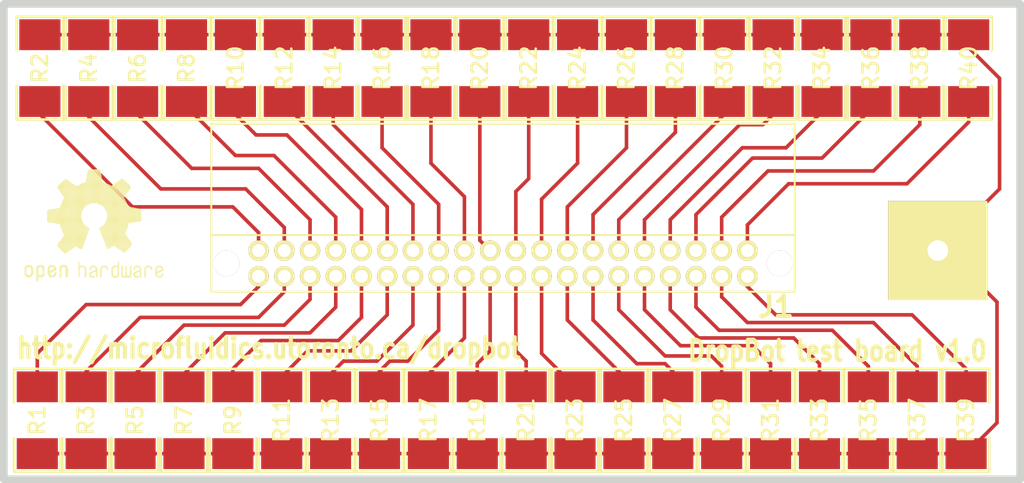
<source format=kicad_pcb>
(kicad_pcb (version 3) (host pcbnew "(2013-07-07 BZR 4022)-stable")
  (layers (15 Front signal) (0 Back signal) (18 B.Paste user) (19 F.Paste user) (20 B.SilkS user) (21 F.SilkS user) (22 B.Mask user) (23 F.Mask user) (28 Edge.Cuts user))
  (net 0 "")
  (net 1 N-000001)
  (net 2 N-0000010)
  (net 3 N-0000011)
  (net 4 N-0000012)
  (net 5 N-0000013)
  (net 6 N-0000014)
  (net 7 N-0000015)
  (net 8 N-0000016)
  (net 9 N-0000017)
  (net 10 N-0000018)
  (net 11 N-0000019)
  (net 12 N-000002)
  (net 13 N-0000020)
  (net 14 N-0000021)
  (net 15 N-0000022)
  (net 16 N-0000023)
  (net 17 N-0000024)
  (net 18 N-0000025)
  (net 19 N-0000026)
  (net 20 N-0000027)
  (net 21 N-0000028)
  (net 22 N-0000029)
  (net 23 N-000003)
  (net 24 N-0000030)
  (net 25 N-0000031)
  (net 26 N-0000032)
  (net 27 N-0000033)
  (net 28 N-0000034)
  (net 29 N-0000035)
  (net 30 N-0000036)
  (net 31 N-0000037)
  (net 32 N-0000038)
  (net 33 N-0000039)
  (net 34 N-000004)
  (net 35 N-0000040)
  (net 36 N-0000041)
  (net 37 N-000005)
  (net 38 N-000006)
  (net 39 N-000007)
  (net 40 N-000008)
  (net 41 N-000009)
  (module TFML-120-01-XXX-D-RA (layer Front) (at 58.293 120.142)
    (fp_text reference J1 (at 13.4747 2.1336) (layer F.SilkS) (effects (font (size 1.016 1.016) (thickness 0.2032))))
    (fp_text value CONN_40 hide)
    (pad "" thru_hole circle (at -13.6525 0) (size 1.27 1.27) (drill 1.27) (layers *.Cu *.Mask F.SilkS))
    (pad "" thru_hole circle (at 13.6525 0) (size 1.27 1.27) (drill 1.27) (layers *.Cu *.Mask F.SilkS))
    (pad 3 thru_hole circle (at -10.795 0.635) (size 1.00076 1.00076) (drill 0.635) (layers *.Cu *.Mask F.SilkS) (net 17 N-0000024))
    (pad 1 thru_hole circle (at -12.065 0.635) (size 1.00076 1.00076) (drill 0.635) (layers *.Cu *.Mask F.SilkS) (net 1 N-000001))
    (pad 2 thru_hole circle (at -12.065 -0.635) (size 1.00076 1.00076) (drill 0.635) (layers *.Cu *.Mask F.SilkS) (net 16 N-0000023))
    (pad 4 thru_hole circle (at -10.795 -0.635) (size 1.00076 1.00076) (drill 0.635) (layers *.Cu *.Mask F.SilkS) (net 18 N-0000025))
    (pad 10 thru_hole circle (at -6.985 -0.635) (size 1.00076 1.00076) (drill 0.635) (layers *.Cu *.Mask F.SilkS) (net 25 N-0000031))
    (pad 12 thru_hole circle (at -5.715 -0.635) (size 1.00076 1.00076) (drill 0.635) (layers *.Cu *.Mask F.SilkS) (net 31 N-0000037))
    (pad 8 thru_hole circle (at -8.255 -0.635) (size 1.00076 1.00076) (drill 0.635) (layers *.Cu *.Mask F.SilkS) (net 22 N-0000029))
    (pad 6 thru_hole circle (at -9.525 -0.635) (size 1.00076 1.00076) (drill 0.635) (layers *.Cu *.Mask F.SilkS) (net 20 N-0000027))
    (pad 5 thru_hole circle (at -9.525 0.635) (size 1.00076 1.00076) (drill 0.635) (layers *.Cu *.Mask F.SilkS) (net 19 N-0000026))
    (pad 7 thru_hole circle (at -8.255 0.635) (size 1.00076 1.00076) (drill 0.635) (layers *.Cu *.Mask F.SilkS) (net 21 N-0000028))
    (pad 11 thru_hole circle (at -5.715 0.635) (size 1.00076 1.00076) (drill 0.635) (layers *.Cu *.Mask F.SilkS) (net 28 N-0000034))
    (pad 9 thru_hole circle (at -6.985 0.635) (size 1.00076 1.00076) (drill 0.635) (layers *.Cu *.Mask F.SilkS) (net 24 N-0000030))
    (pad 32 thru_hole circle (at 6.985 -0.635) (size 1.00076 1.00076) (drill 0.635) (layers *.Cu *.Mask F.SilkS) (net 33 N-0000039))
    (pad 34 thru_hole circle (at 8.255 -0.635) (size 1.00076 1.00076) (drill 0.635) (layers *.Cu *.Mask F.SilkS) (net 38 N-000006))
    (pad 38 thru_hole circle (at 10.795 -0.635) (size 1.00076 1.00076) (drill 0.635) (layers *.Cu *.Mask F.SilkS) (net 10 N-0000018))
    (pad 36 thru_hole circle (at 9.525 -0.635) (size 1.00076 1.00076) (drill 0.635) (layers *.Cu *.Mask F.SilkS) (net 12 N-000002))
    (pad 35 thru_hole circle (at 9.525 0.635) (size 1.00076 1.00076) (drill 0.635) (layers *.Cu *.Mask F.SilkS) (net 41 N-000009))
    (pad 37 thru_hole circle (at 10.795 0.635) (size 1.00076 1.00076) (drill 0.635) (layers *.Cu *.Mask F.SilkS) (net 7 N-0000015))
    (pad 33 thru_hole circle (at 8.255 0.635) (size 1.00076 1.00076) (drill 0.635) (layers *.Cu *.Mask F.SilkS) (net 23 N-000003))
    (pad 31 thru_hole circle (at 6.985 0.635) (size 1.00076 1.00076) (drill 0.635) (layers *.Cu *.Mask F.SilkS) (net 30 N-0000036))
    (pad 39 thru_hole circle (at 12.065 0.635) (size 1.00076 1.00076) (drill 0.635) (layers *.Cu *.Mask F.SilkS) (net 14 N-0000021))
    (pad 40 thru_hole circle (at 12.065 -0.635) (size 1.00076 1.00076) (drill 0.635) (layers *.Cu *.Mask F.SilkS) (net 27 N-0000033))
    (pad 30 thru_hole circle (at 5.715 -0.635) (size 1.00076 1.00076) (drill 0.635) (layers *.Cu *.Mask F.SilkS) (net 26 N-0000032))
    (pad 29 thru_hole circle (at 5.715 0.635) (size 1.00076 1.00076) (drill 0.635) (layers *.Cu *.Mask F.SilkS) (net 13 N-0000020))
    (pad 17 thru_hole circle (at -1.905 0.635) (size 1.00076 1.00076) (drill 0.635) (layers *.Cu *.Mask F.SilkS) (net 5 N-0000013))
    (pad 19 thru_hole circle (at -0.635 0.635) (size 1.00076 1.00076) (drill 0.635) (layers *.Cu *.Mask F.SilkS) (net 11 N-0000019))
    (pad 15 thru_hole circle (at -3.175 0.635) (size 1.00076 1.00076) (drill 0.635) (layers *.Cu *.Mask F.SilkS) (net 39 N-000007))
    (pad 13 thru_hole circle (at -4.445 0.635) (size 1.00076 1.00076) (drill 0.635) (layers *.Cu *.Mask F.SilkS) (net 35 N-0000040))
    (pad 21 thru_hole circle (at 0.635 0.635) (size 1.00076 1.00076) (drill 0.635) (layers *.Cu *.Mask F.SilkS) (net 29 N-0000035))
    (pad 23 thru_hole circle (at 1.905 0.635) (size 1.00076 1.00076) (drill 0.635) (layers *.Cu *.Mask F.SilkS) (net 4 N-0000012))
    (pad 27 thru_hole circle (at 4.445 0.635) (size 1.00076 1.00076) (drill 0.635) (layers *.Cu *.Mask F.SilkS) (net 6 N-0000014))
    (pad 25 thru_hole circle (at 3.175 0.635) (size 1.00076 1.00076) (drill 0.635) (layers *.Cu *.Mask F.SilkS) (net 40 N-000008))
    (pad 26 thru_hole circle (at 3.175 -0.635) (size 1.00076 1.00076) (drill 0.635) (layers *.Cu *.Mask F.SilkS) (net 3 N-0000011))
    (pad 28 thru_hole circle (at 4.445 -0.635) (size 1.00076 1.00076) (drill 0.635) (layers *.Cu *.Mask F.SilkS) (net 9 N-0000017))
    (pad 24 thru_hole circle (at 1.905 -0.635) (size 1.00076 1.00076) (drill 0.635) (layers *.Cu *.Mask F.SilkS) (net 37 N-000005))
    (pad 22 thru_hole circle (at 0.635 -0.635) (size 1.00076 1.00076) (drill 0.635) (layers *.Cu *.Mask F.SilkS) (net 32 N-0000038))
    (pad 14 thru_hole circle (at -4.445 -0.635) (size 1.00076 1.00076) (drill 0.635) (layers *.Cu *.Mask F.SilkS) (net 34 N-000004))
    (pad 16 thru_hole circle (at -3.175 -0.635) (size 1.00076 1.00076) (drill 0.635) (layers *.Cu *.Mask F.SilkS) (net 2 N-0000010))
    (pad 20 thru_hole circle (at -0.635 -0.635) (size 1.00076 1.00076) (drill 0.635) (layers *.Cu *.Mask F.SilkS) (net 15 N-0000022))
    (pad 18 thru_hole circle (at -1.905 -0.635) (size 1.00076 1.00076) (drill 0.635) (layers *.Cu *.Mask F.SilkS) (net 8 N-0000016))
  )
  (module 4.9mm_DMF_Electrode (layer Front) (at 79.756 119.507)
    (fp_text reference P1 hide)
    (fp_text value CONN_1 hide)
    (pad 1 thru_hole rect (at 0 0) (size 4.89966 4.89966) (drill 1.016) (layers *.Cu *.Mask F.SilkS) (net 36 N-0000041))
  )
  (module SM1206 (layer Front) (at 52.324 110.49 90)
    (fp_text reference R16 (at 0 0 90) (layer F.SilkS) (effects (font (size 0.762 0.762) (thickness 0.127))))
    (fp_text value R hide)
    (pad 1 smd rect (at -1.651 0 90) (size 1.524 2.032) (layers Front F.Paste F.Mask) (net 2 N-0000010))
    (pad 2 smd rect (at 1.651 0 90) (size 1.524 2.032) (layers Front F.Paste F.Mask) (net 36 N-0000041))
  )
  (module SM1206 (layer Front) (at 69.215 110.49 90)
    (fp_text reference R30 (at 0 0 90) (layer F.SilkS) (effects (font (size 0.762 0.762) (thickness 0.127))))
    (fp_text value R hide)
    (pad 1 smd rect (at -1.651 0 90) (size 1.524 2.032) (layers Front F.Paste F.Mask) (net 26 N-0000032))
    (pad 2 smd rect (at 1.651 0 90) (size 1.524 2.032) (layers Front F.Paste F.Mask) (net 36 N-0000041))
  )
  (module SM1206 (layer Front) (at 69.088 127.889 270)
    (fp_text reference R29 (at 0 0 270) (layer F.SilkS) (effects (font (size 0.762 0.762) (thickness 0.127))))
    (fp_text value R hide)
    (pad 1 smd rect (at -1.651 0 270) (size 1.524 2.032) (layers Front F.Paste F.Mask) (net 13 N-0000020))
    (pad 2 smd rect (at 1.651 0 270) (size 1.524 2.032) (layers Front F.Paste F.Mask) (net 36 N-0000041))
  )
  (module SM1206 (layer Front) (at 66.802 110.49 90)
    (fp_text reference R28 (at 0 0 90) (layer F.SilkS) (effects (font (size 0.762 0.762) (thickness 0.127))))
    (fp_text value R hide)
    (pad 1 smd rect (at -1.651 0 90) (size 1.524 2.032) (layers Front F.Paste F.Mask) (net 9 N-0000017))
    (pad 2 smd rect (at 1.651 0 90) (size 1.524 2.032) (layers Front F.Paste F.Mask) (net 36 N-0000041))
  )
  (module SM1206 (layer Front) (at 66.675 127.889 270)
    (fp_text reference R27 (at 0 0 270) (layer F.SilkS) (effects (font (size 0.762 0.762) (thickness 0.127))))
    (fp_text value R hide)
    (pad 1 smd rect (at -1.651 0 270) (size 1.524 2.032) (layers Front F.Paste F.Mask) (net 6 N-0000014))
    (pad 2 smd rect (at 1.651 0 270) (size 1.524 2.032) (layers Front F.Paste F.Mask) (net 36 N-0000041))
  )
  (module SM1206 (layer Front) (at 64.389 110.49 90)
    (fp_text reference R26 (at 0 0 90) (layer F.SilkS) (effects (font (size 0.762 0.762) (thickness 0.127))))
    (fp_text value R hide)
    (pad 1 smd rect (at -1.651 0 90) (size 1.524 2.032) (layers Front F.Paste F.Mask) (net 3 N-0000011))
    (pad 2 smd rect (at 1.651 0 90) (size 1.524 2.032) (layers Front F.Paste F.Mask) (net 36 N-0000041))
  )
  (module SM1206 (layer Front) (at 64.262 127.889 270)
    (fp_text reference R25 (at 0 0 270) (layer F.SilkS) (effects (font (size 0.762 0.762) (thickness 0.127))))
    (fp_text value R hide)
    (pad 1 smd rect (at -1.651 0 270) (size 1.524 2.032) (layers Front F.Paste F.Mask) (net 40 N-000008))
    (pad 2 smd rect (at 1.651 0 270) (size 1.524 2.032) (layers Front F.Paste F.Mask) (net 36 N-0000041))
  )
  (module SM1206 (layer Front) (at 61.976 110.49 90)
    (fp_text reference R24 (at 0 0 90) (layer F.SilkS) (effects (font (size 0.762 0.762) (thickness 0.127))))
    (fp_text value R hide)
    (pad 1 smd rect (at -1.651 0 90) (size 1.524 2.032) (layers Front F.Paste F.Mask) (net 37 N-000005))
    (pad 2 smd rect (at 1.651 0 90) (size 1.524 2.032) (layers Front F.Paste F.Mask) (net 36 N-0000041))
  )
  (module SM1206 (layer Front) (at 61.849 127.889 270)
    (fp_text reference R23 (at 0 0 270) (layer F.SilkS) (effects (font (size 0.762 0.762) (thickness 0.127))))
    (fp_text value R hide)
    (pad 1 smd rect (at -1.651 0 270) (size 1.524 2.032) (layers Front F.Paste F.Mask) (net 4 N-0000012))
    (pad 2 smd rect (at 1.651 0 270) (size 1.524 2.032) (layers Front F.Paste F.Mask) (net 36 N-0000041))
  )
  (module SM1206 (layer Front) (at 59.563 110.49 90)
    (fp_text reference R22 (at 0 0 90) (layer F.SilkS) (effects (font (size 0.762 0.762) (thickness 0.127))))
    (fp_text value R hide)
    (pad 1 smd rect (at -1.651 0 90) (size 1.524 2.032) (layers Front F.Paste F.Mask) (net 32 N-0000038))
    (pad 2 smd rect (at 1.651 0 90) (size 1.524 2.032) (layers Front F.Paste F.Mask) (net 36 N-0000041))
  )
  (module SM1206 (layer Front) (at 59.436 127.889 270)
    (fp_text reference R21 (at 0 0 270) (layer F.SilkS) (effects (font (size 0.762 0.762) (thickness 0.127))))
    (fp_text value R hide)
    (pad 1 smd rect (at -1.651 0 270) (size 1.524 2.032) (layers Front F.Paste F.Mask) (net 29 N-0000035))
    (pad 2 smd rect (at 1.651 0 270) (size 1.524 2.032) (layers Front F.Paste F.Mask) (net 36 N-0000041))
  )
  (module SM1206 (layer Front) (at 57.15 110.49 90)
    (fp_text reference R20 (at 0 0 90) (layer F.SilkS) (effects (font (size 0.762 0.762) (thickness 0.127))))
    (fp_text value R hide)
    (pad 1 smd rect (at -1.651 0 90) (size 1.524 2.032) (layers Front F.Paste F.Mask) (net 15 N-0000022))
    (pad 2 smd rect (at 1.651 0 90) (size 1.524 2.032) (layers Front F.Paste F.Mask) (net 36 N-0000041))
  )
  (module SM1206 (layer Front) (at 57.023 127.889 270)
    (fp_text reference R19 (at 0 0 270) (layer F.SilkS) (effects (font (size 0.762 0.762) (thickness 0.127))))
    (fp_text value R hide)
    (pad 1 smd rect (at -1.651 0 270) (size 1.524 2.032) (layers Front F.Paste F.Mask) (net 11 N-0000019))
    (pad 2 smd rect (at 1.651 0 270) (size 1.524 2.032) (layers Front F.Paste F.Mask) (net 36 N-0000041))
  )
  (module SM1206 (layer Front) (at 54.737 110.49 90)
    (fp_text reference R18 (at 0 0 90) (layer F.SilkS) (effects (font (size 0.762 0.762) (thickness 0.127))))
    (fp_text value R hide)
    (pad 1 smd rect (at -1.651 0 90) (size 1.524 2.032) (layers Front F.Paste F.Mask) (net 8 N-0000016))
    (pad 2 smd rect (at 1.651 0 90) (size 1.524 2.032) (layers Front F.Paste F.Mask) (net 36 N-0000041))
  )
  (module SM1206 (layer Front) (at 54.61 127.889 270)
    (fp_text reference R17 (at 0 0 270) (layer F.SilkS) (effects (font (size 0.762 0.762) (thickness 0.127))))
    (fp_text value R hide)
    (pad 1 smd rect (at -1.651 0 270) (size 1.524 2.032) (layers Front F.Paste F.Mask) (net 5 N-0000013))
    (pad 2 smd rect (at 1.651 0 270) (size 1.524 2.032) (layers Front F.Paste F.Mask) (net 36 N-0000041))
  )
  (module SM1206 (layer Front) (at 71.501 127.889 270)
    (fp_text reference R31 (at 0 0 270) (layer F.SilkS) (effects (font (size 0.762 0.762) (thickness 0.127))))
    (fp_text value R hide)
    (pad 1 smd rect (at -1.651 0 270) (size 1.524 2.032) (layers Front F.Paste F.Mask) (net 30 N-0000036))
    (pad 2 smd rect (at 1.651 0 270) (size 1.524 2.032) (layers Front F.Paste F.Mask) (net 36 N-0000041))
  )
  (module SM1206 (layer Front) (at 52.197 127.889 270)
    (fp_text reference R15 (at 0 0 270) (layer F.SilkS) (effects (font (size 0.762 0.762) (thickness 0.127))))
    (fp_text value R hide)
    (pad 1 smd rect (at -1.651 0 270) (size 1.524 2.032) (layers Front F.Paste F.Mask) (net 39 N-000007))
    (pad 2 smd rect (at 1.651 0 270) (size 1.524 2.032) (layers Front F.Paste F.Mask) (net 36 N-0000041))
  )
  (module SM1206 (layer Front) (at 49.911 110.49 90)
    (fp_text reference R14 (at 0 0 90) (layer F.SilkS) (effects (font (size 0.762 0.762) (thickness 0.127))))
    (fp_text value R hide)
    (pad 1 smd rect (at -1.651 0 90) (size 1.524 2.032) (layers Front F.Paste F.Mask) (net 34 N-000004))
    (pad 2 smd rect (at 1.651 0 90) (size 1.524 2.032) (layers Front F.Paste F.Mask) (net 36 N-0000041))
  )
  (module SM1206 (layer Front) (at 49.784 127.889 270)
    (fp_text reference R13 (at 0 0 270) (layer F.SilkS) (effects (font (size 0.762 0.762) (thickness 0.127))))
    (fp_text value R hide)
    (pad 1 smd rect (at -1.651 0 270) (size 1.524 2.032) (layers Front F.Paste F.Mask) (net 35 N-0000040))
    (pad 2 smd rect (at 1.651 0 270) (size 1.524 2.032) (layers Front F.Paste F.Mask) (net 36 N-0000041))
  )
  (module SM1206 (layer Front) (at 47.498 110.49 90)
    (fp_text reference R12 (at 0 0 90) (layer F.SilkS) (effects (font (size 0.762 0.762) (thickness 0.127))))
    (fp_text value R hide)
    (pad 1 smd rect (at -1.651 0 90) (size 1.524 2.032) (layers Front F.Paste F.Mask) (net 31 N-0000037))
    (pad 2 smd rect (at 1.651 0 90) (size 1.524 2.032) (layers Front F.Paste F.Mask) (net 36 N-0000041))
  )
  (module SM1206 (layer Front) (at 47.371 127.889 270)
    (fp_text reference R11 (at 0 0 270) (layer F.SilkS) (effects (font (size 0.762 0.762) (thickness 0.127))))
    (fp_text value R hide)
    (pad 1 smd rect (at -1.651 0 270) (size 1.524 2.032) (layers Front F.Paste F.Mask) (net 28 N-0000034))
    (pad 2 smd rect (at 1.651 0 270) (size 1.524 2.032) (layers Front F.Paste F.Mask) (net 36 N-0000041))
  )
  (module SM1206 (layer Front) (at 45.085 110.49 90)
    (fp_text reference R10 (at 0 0 90) (layer F.SilkS) (effects (font (size 0.762 0.762) (thickness 0.127))))
    (fp_text value R hide)
    (pad 1 smd rect (at -1.651 0 90) (size 1.524 2.032) (layers Front F.Paste F.Mask) (net 25 N-0000031))
    (pad 2 smd rect (at 1.651 0 90) (size 1.524 2.032) (layers Front F.Paste F.Mask) (net 36 N-0000041))
  )
  (module SM1206 (layer Front) (at 44.958 127.889 270)
    (fp_text reference R9 (at 0 0 270) (layer F.SilkS) (effects (font (size 0.762 0.762) (thickness 0.127))))
    (fp_text value R hide)
    (pad 1 smd rect (at -1.651 0 270) (size 1.524 2.032) (layers Front F.Paste F.Mask) (net 24 N-0000030))
    (pad 2 smd rect (at 1.651 0 270) (size 1.524 2.032) (layers Front F.Paste F.Mask) (net 36 N-0000041))
  )
  (module SM1206 (layer Front) (at 42.672 110.49 90)
    (fp_text reference R8 (at 0 0 90) (layer F.SilkS) (effects (font (size 0.762 0.762) (thickness 0.127))))
    (fp_text value R hide)
    (pad 1 smd rect (at -1.651 0 90) (size 1.524 2.032) (layers Front F.Paste F.Mask) (net 22 N-0000029))
    (pad 2 smd rect (at 1.651 0 90) (size 1.524 2.032) (layers Front F.Paste F.Mask) (net 36 N-0000041))
  )
  (module SM1206 (layer Front) (at 42.545 127.889 270)
    (fp_text reference R7 (at 0 0 270) (layer F.SilkS) (effects (font (size 0.762 0.762) (thickness 0.127))))
    (fp_text value R hide)
    (pad 1 smd rect (at -1.651 0 270) (size 1.524 2.032) (layers Front F.Paste F.Mask) (net 21 N-0000028))
    (pad 2 smd rect (at 1.651 0 270) (size 1.524 2.032) (layers Front F.Paste F.Mask) (net 36 N-0000041))
  )
  (module SM1206 (layer Front) (at 40.259 110.49 90)
    (fp_text reference R6 (at 0 0 90) (layer F.SilkS) (effects (font (size 0.762 0.762) (thickness 0.127))))
    (fp_text value R hide)
    (pad 1 smd rect (at -1.651 0 90) (size 1.524 2.032) (layers Front F.Paste F.Mask) (net 20 N-0000027))
    (pad 2 smd rect (at 1.651 0 90) (size 1.524 2.032) (layers Front F.Paste F.Mask) (net 36 N-0000041))
  )
  (module SM1206 (layer Front) (at 40.132 127.889 270)
    (fp_text reference R5 (at 0 0 270) (layer F.SilkS) (effects (font (size 0.762 0.762) (thickness 0.127))))
    (fp_text value R hide)
    (pad 1 smd rect (at -1.651 0 270) (size 1.524 2.032) (layers Front F.Paste F.Mask) (net 19 N-0000026))
    (pad 2 smd rect (at 1.651 0 270) (size 1.524 2.032) (layers Front F.Paste F.Mask) (net 36 N-0000041))
  )
  (module SM1206 (layer Front) (at 37.846 110.49 90)
    (fp_text reference R4 (at 0 0 90) (layer F.SilkS) (effects (font (size 0.762 0.762) (thickness 0.127))))
    (fp_text value R hide)
    (pad 1 smd rect (at -1.651 0 90) (size 1.524 2.032) (layers Front F.Paste F.Mask) (net 18 N-0000025))
    (pad 2 smd rect (at 1.651 0 90) (size 1.524 2.032) (layers Front F.Paste F.Mask) (net 36 N-0000041))
  )
  (module SM1206 (layer Front) (at 37.719 127.889 270)
    (fp_text reference R3 (at 0 0 270) (layer F.SilkS) (effects (font (size 0.762 0.762) (thickness 0.127))))
    (fp_text value R hide)
    (pad 1 smd rect (at -1.651 0 270) (size 1.524 2.032) (layers Front F.Paste F.Mask) (net 17 N-0000024))
    (pad 2 smd rect (at 1.651 0 270) (size 1.524 2.032) (layers Front F.Paste F.Mask) (net 36 N-0000041))
  )
  (module SM1206 (layer Front) (at 35.433 110.49 90)
    (fp_text reference R2 (at 0 0 90) (layer F.SilkS) (effects (font (size 0.762 0.762) (thickness 0.127))))
    (fp_text value R hide)
    (pad 1 smd rect (at -1.651 0 90) (size 1.524 2.032) (layers Front F.Paste F.Mask) (net 16 N-0000023))
    (pad 2 smd rect (at 1.651 0 90) (size 1.524 2.032) (layers Front F.Paste F.Mask) (net 36 N-0000041))
  )
  (module SM1206 (layer Front) (at 35.306 127.889 270)
    (fp_text reference R1 (at 0 0 270) (layer F.SilkS) (effects (font (size 0.762 0.762) (thickness 0.127))))
    (fp_text value R hide)
    (pad 1 smd rect (at -1.651 0 270) (size 1.524 2.032) (layers Front F.Paste F.Mask) (net 1 N-000001))
    (pad 2 smd rect (at 1.651 0 270) (size 1.524 2.032) (layers Front F.Paste F.Mask) (net 36 N-0000041))
  )
  (module SM1206 (layer Front) (at 81.28 110.49 90)
    (fp_text reference R40 (at 0 0 90) (layer F.SilkS) (effects (font (size 0.762 0.762) (thickness 0.127))))
    (fp_text value R hide)
    (pad 1 smd rect (at -1.651 0 90) (size 1.524 2.032) (layers Front F.Paste F.Mask) (net 27 N-0000033))
    (pad 2 smd rect (at 1.651 0 90) (size 1.524 2.032) (layers Front F.Paste F.Mask) (net 36 N-0000041))
  )
  (module SM1206 (layer Front) (at 81.153 127.889 270)
    (fp_text reference R39 (at 0 0 270) (layer F.SilkS) (effects (font (size 0.762 0.762) (thickness 0.127))))
    (fp_text value R hide)
    (pad 1 smd rect (at -1.651 0 270) (size 1.524 2.032) (layers Front F.Paste F.Mask) (net 14 N-0000021))
    (pad 2 smd rect (at 1.651 0 270) (size 1.524 2.032) (layers Front F.Paste F.Mask) (net 36 N-0000041))
  )
  (module SM1206 (layer Front) (at 78.867 110.49 90)
    (fp_text reference R38 (at 0 0 90) (layer F.SilkS) (effects (font (size 0.762 0.762) (thickness 0.127))))
    (fp_text value R hide)
    (pad 1 smd rect (at -1.651 0 90) (size 1.524 2.032) (layers Front F.Paste F.Mask) (net 10 N-0000018))
    (pad 2 smd rect (at 1.651 0 90) (size 1.524 2.032) (layers Front F.Paste F.Mask) (net 36 N-0000041))
  )
  (module SM1206 (layer Front) (at 78.74 127.889 270)
    (fp_text reference R37 (at 0 0 270) (layer F.SilkS) (effects (font (size 0.762 0.762) (thickness 0.127))))
    (fp_text value R hide)
    (pad 1 smd rect (at -1.651 0 270) (size 1.524 2.032) (layers Front F.Paste F.Mask) (net 7 N-0000015))
    (pad 2 smd rect (at 1.651 0 270) (size 1.524 2.032) (layers Front F.Paste F.Mask) (net 36 N-0000041))
  )
  (module SM1206 (layer Front) (at 76.454 110.49 90)
    (fp_text reference R36 (at 0 0 90) (layer F.SilkS) (effects (font (size 0.762 0.762) (thickness 0.127))))
    (fp_text value R hide)
    (pad 1 smd rect (at -1.651 0 90) (size 1.524 2.032) (layers Front F.Paste F.Mask) (net 12 N-000002))
    (pad 2 smd rect (at 1.651 0 90) (size 1.524 2.032) (layers Front F.Paste F.Mask) (net 36 N-0000041))
  )
  (module SM1206 (layer Front) (at 76.327 127.889 270)
    (fp_text reference R35 (at 0 0 270) (layer F.SilkS) (effects (font (size 0.762 0.762) (thickness 0.127))))
    (fp_text value R hide)
    (pad 1 smd rect (at -1.651 0 270) (size 1.524 2.032) (layers Front F.Paste F.Mask) (net 41 N-000009))
    (pad 2 smd rect (at 1.651 0 270) (size 1.524 2.032) (layers Front F.Paste F.Mask) (net 36 N-0000041))
  )
  (module SM1206 (layer Front) (at 74.041 110.49 90)
    (fp_text reference R34 (at 0 0 90) (layer F.SilkS) (effects (font (size 0.762 0.762) (thickness 0.127))))
    (fp_text value R hide)
    (pad 1 smd rect (at -1.651 0 90) (size 1.524 2.032) (layers Front F.Paste F.Mask) (net 38 N-000006))
    (pad 2 smd rect (at 1.651 0 90) (size 1.524 2.032) (layers Front F.Paste F.Mask) (net 36 N-0000041))
  )
  (module SM1206 (layer Front) (at 73.914 127.889 270)
    (fp_text reference R33 (at 0 0 270) (layer F.SilkS) (effects (font (size 0.762 0.762) (thickness 0.127))))
    (fp_text value R hide)
    (pad 1 smd rect (at -1.651 0 270) (size 1.524 2.032) (layers Front F.Paste F.Mask) (net 23 N-000003))
    (pad 2 smd rect (at 1.651 0 270) (size 1.524 2.032) (layers Front F.Paste F.Mask) (net 36 N-0000041))
  )
  (module SM1206 (layer Front) (at 71.628 110.49 90)
    (fp_text reference R32 (at 0 0 90) (layer F.SilkS) (effects (font (size 0.762 0.762) (thickness 0.127))))
    (fp_text value R hide)
    (pad 1 smd rect (at -1.651 0 90) (size 1.524 2.032) (layers Front F.Paste F.Mask) (net 33 N-0000039))
    (pad 2 smd rect (at 1.651 0 90) (size 1.524 2.032) (layers Front F.Paste F.Mask) (net 36 N-0000041))
  )
  (module OSHWLOGO0.3IN (layer Front) (at 34.29 114.554)
    (fp_text reference G*** hide)
    (fp_text value LOGO hide)
  )
  (gr_line (start 33.655 130.81) (end 33.655 107.315) (angle 90) (layer Edge.Cuts) (width 0.381))
  (gr_line (start 83.82 130.81) (end 33.655 130.81) (angle 90) (layer Edge.Cuts) (width 0.381))
  (gr_line (start 83.82 107.315) (end 83.82 130.81) (angle 90) (layer Edge.Cuts) (width 0.381))
  (gr_line (start 33.655 107.315) (end 83.82 107.315) (angle 90) (layer Edge.Cuts) (width 0.381))
  (gr_text http://microfluidics.utoronto.ca/dropbot (at 46.736 124.333) (layer F.SilkS) (effects (font (size 1 0.8) (thickness 0.2))))
  (gr_text "DropBot test board v1.0" (at 74.803 124.46) (layer F.SilkS) (effects (font (size 1 0.8) (thickness 0.2))))
  (segment (start 46.228 120.777) (end 46.228 121.285) (width 0.1778) (layer Front) (net 1))
  (segment (start 35.306 124.587) (end 35.306 126.238) (width 0.1778) (layer Front) (net 1))
  (segment (start 37.719 122.174) (end 35.306 124.587) (width 0.1778) (layer Front) (net 1))
  (segment (start 45.339 122.174) (end 37.719 122.174) (width 0.1778) (layer Front) (net 1))
  (segment (start 46.228 121.285) (end 45.339 122.174) (width 0.1778) (layer Front) (net 1))
  (segment (start 52.324 112.141) (end 52.324 114.427) (width 0.1778) (layer Front) (net 2))
  (segment (start 55.118 117.221) (end 55.118 119.507) (width 0.1778) (layer Front) (net 2))
  (segment (start 52.324 114.427) (end 55.118 117.221) (width 0.1778) (layer Front) (net 2))
  (segment (start 64.389 112.141) (end 64.389 114.427) (width 0.1778) (layer Front) (net 3))
  (segment (start 61.468 117.348) (end 61.468 119.507) (width 0.1778) (layer Front) (net 3))
  (segment (start 64.389 114.427) (end 61.468 117.348) (width 0.1778) (layer Front) (net 3))
  (segment (start 60.198 120.777) (end 60.198 124.587) (width 0.1778) (layer Front) (net 4))
  (segment (start 60.198 124.587) (end 61.849 126.238) (width 0.1778) (layer Front) (net 4))
  (segment (start 56.388 120.777) (end 56.388 123.825) (width 0.1778) (layer Front) (net 5))
  (segment (start 54.61 125.603) (end 54.61 126.238) (width 0.1778) (layer Front) (net 5))
  (segment (start 56.388 123.825) (end 54.61 125.603) (width 0.1778) (layer Front) (net 5))
  (segment (start 66.675 126.238) (end 66.675 125.476) (width 0.1778) (layer Front) (net 6))
  (segment (start 62.738 122.936) (end 62.738 120.777) (width 0.1778) (layer Front) (net 6))
  (segment (start 64.897 125.095) (end 62.738 122.936) (width 0.1778) (layer Front) (net 6))
  (segment (start 66.294 125.095) (end 64.897 125.095) (width 0.1778) (layer Front) (net 6))
  (segment (start 66.675 125.476) (end 66.294 125.095) (width 0.1778) (layer Front) (net 6))
  (segment (start 69.088 120.777) (end 69.088 121.793) (width 0.1778) (layer Front) (net 7))
  (segment (start 78.74 125.222) (end 78.74 126.238) (width 0.1778) (layer Front) (net 7))
  (segment (start 76.581 123.063) (end 78.74 125.222) (width 0.1778) (layer Front) (net 7))
  (segment (start 70.358 123.063) (end 76.581 123.063) (width 0.1778) (layer Front) (net 7))
  (segment (start 69.088 121.793) (end 70.358 123.063) (width 0.1778) (layer Front) (net 7))
  (segment (start 54.737 112.141) (end 54.737 115.189) (width 0.1778) (layer Front) (net 8))
  (segment (start 56.388 116.84) (end 56.388 119.507) (width 0.1778) (layer Front) (net 8))
  (segment (start 54.737 115.189) (end 56.388 116.84) (width 0.1778) (layer Front) (net 8))
  (segment (start 66.802 112.141) (end 66.802 113.665) (width 0.1778) (layer Front) (net 9))
  (segment (start 62.738 117.729) (end 62.738 119.507) (width 0.1778) (layer Front) (net 9))
  (segment (start 66.802 113.665) (end 62.738 117.729) (width 0.1778) (layer Front) (net 9))
  (segment (start 78.867 112.141) (end 78.867 113.284) (width 0.1778) (layer Front) (net 10))
  (segment (start 69.088 117.856) (end 69.088 119.507) (width 0.1778) (layer Front) (net 10))
  (segment (start 71.374 115.57) (end 69.088 117.856) (width 0.1778) (layer Front) (net 10))
  (segment (start 76.581 115.57) (end 71.374 115.57) (width 0.1778) (layer Front) (net 10))
  (segment (start 78.867 113.284) (end 76.581 115.57) (width 0.1778) (layer Front) (net 10))
  (segment (start 57.658 120.777) (end 57.658 124.46) (width 0.1778) (layer Front) (net 11))
  (segment (start 57.023 125.095) (end 57.023 126.238) (width 0.1778) (layer Front) (net 11))
  (segment (start 57.658 124.46) (end 57.023 125.095) (width 0.1778) (layer Front) (net 11))
  (segment (start 76.454 112.141) (end 76.454 112.522) (width 0.1778) (layer Front) (net 12))
  (segment (start 67.818 117.729) (end 67.818 119.507) (width 0.1778) (layer Front) (net 12))
  (segment (start 70.612 114.935) (end 67.818 117.729) (width 0.1778) (layer Front) (net 12))
  (segment (start 74.041 114.935) (end 70.612 114.935) (width 0.1778) (layer Front) (net 12))
  (segment (start 76.454 112.522) (end 74.041 114.935) (width 0.1778) (layer Front) (net 12))
  (segment (start 64.008 120.777) (end 64.008 122.428) (width 0.1778) (layer Front) (net 13))
  (segment (start 69.088 125.222) (end 69.088 126.238) (width 0.1778) (layer Front) (net 13))
  (segment (start 68.58 124.714) (end 69.088 125.222) (width 0.1778) (layer Front) (net 13))
  (segment (start 66.294 124.714) (end 68.58 124.714) (width 0.1778) (layer Front) (net 13))
  (segment (start 64.008 122.428) (end 66.294 124.714) (width 0.1778) (layer Front) (net 13))
  (segment (start 70.358 120.777) (end 70.358 121.285) (width 0.1778) (layer Front) (net 14))
  (segment (start 81.153 125.349) (end 81.153 126.238) (width 0.1778) (layer Front) (net 14))
  (segment (start 78.486 122.682) (end 81.153 125.349) (width 0.1778) (layer Front) (net 14))
  (segment (start 71.755 122.682) (end 78.486 122.682) (width 0.1778) (layer Front) (net 14))
  (segment (start 70.358 121.285) (end 71.755 122.682) (width 0.1778) (layer Front) (net 14))
  (segment (start 57.15 112.141) (end 57.15 118.999) (width 0.1778) (layer Front) (net 15))
  (segment (start 57.15 118.999) (end 57.658 119.507) (width 0.1778) (layer Front) (net 15))
  (segment (start 35.433 112.141) (end 35.433 112.776) (width 0.1778) (layer Front) (net 16))
  (segment (start 46.228 118.618) (end 46.228 119.507) (width 0.1778) (layer Front) (net 16))
  (segment (start 44.958 117.348) (end 46.228 118.618) (width 0.1778) (layer Front) (net 16))
  (segment (start 40.005 117.348) (end 44.958 117.348) (width 0.1778) (layer Front) (net 16))
  (segment (start 35.433 112.776) (end 40.005 117.348) (width 0.1778) (layer Front) (net 16))
  (segment (start 47.498 120.777) (end 47.498 121.539) (width 0.1778) (layer Front) (net 17))
  (segment (start 37.719 125.476) (end 37.719 126.238) (width 0.1778) (layer Front) (net 17))
  (segment (start 40.386 122.809) (end 37.719 125.476) (width 0.1778) (layer Front) (net 17))
  (segment (start 46.228 122.809) (end 40.386 122.809) (width 0.1778) (layer Front) (net 17))
  (segment (start 47.498 121.539) (end 46.228 122.809) (width 0.1778) (layer Front) (net 17))
  (segment (start 37.846 112.141) (end 37.846 112.903) (width 0.1778) (layer Front) (net 18))
  (segment (start 47.498 118.364) (end 47.498 119.507) (width 0.1778) (layer Front) (net 18))
  (segment (start 45.593 116.459) (end 47.498 118.364) (width 0.1778) (layer Front) (net 18))
  (segment (start 41.402 116.459) (end 45.593 116.459) (width 0.1778) (layer Front) (net 18))
  (segment (start 37.846 112.903) (end 41.402 116.459) (width 0.1778) (layer Front) (net 18))
  (segment (start 48.768 120.777) (end 48.768 121.92) (width 0.1778) (layer Front) (net 19))
  (segment (start 40.132 125.603) (end 40.132 126.238) (width 0.1778) (layer Front) (net 19))
  (segment (start 42.545 123.19) (end 40.132 125.603) (width 0.1778) (layer Front) (net 19))
  (segment (start 47.498 123.19) (end 42.545 123.19) (width 0.1778) (layer Front) (net 19))
  (segment (start 48.768 121.92) (end 47.498 123.19) (width 0.1778) (layer Front) (net 19))
  (segment (start 40.259 112.141) (end 40.259 112.776) (width 0.1778) (layer Front) (net 20))
  (segment (start 48.768 117.983) (end 48.768 119.507) (width 0.1778) (layer Front) (net 20))
  (segment (start 46.228 115.443) (end 48.768 117.983) (width 0.1778) (layer Front) (net 20))
  (segment (start 42.926 115.443) (end 46.228 115.443) (width 0.1778) (layer Front) (net 20))
  (segment (start 40.259 112.776) (end 42.926 115.443) (width 0.1778) (layer Front) (net 20))
  (segment (start 50.038 120.777) (end 50.038 122.301) (width 0.1778) (layer Front) (net 21))
  (segment (start 42.545 125.603) (end 42.545 126.238) (width 0.1778) (layer Front) (net 21))
  (segment (start 44.577 123.571) (end 42.545 125.603) (width 0.1778) (layer Front) (net 21))
  (segment (start 48.768 123.571) (end 44.577 123.571) (width 0.1778) (layer Front) (net 21))
  (segment (start 50.038 122.301) (end 48.768 123.571) (width 0.1778) (layer Front) (net 21))
  (segment (start 42.672 112.141) (end 42.672 112.395) (width 0.1778) (layer Front) (net 22))
  (segment (start 50.038 117.856) (end 50.038 119.507) (width 0.1778) (layer Front) (net 22))
  (segment (start 46.99 114.808) (end 50.038 117.856) (width 0.1778) (layer Front) (net 22))
  (segment (start 45.085 114.808) (end 46.99 114.808) (width 0.1778) (layer Front) (net 22))
  (segment (start 42.672 112.395) (end 45.085 114.808) (width 0.1778) (layer Front) (net 22))
  (segment (start 66.548 120.777) (end 66.548 122.428) (width 0.1778) (layer Front) (net 23))
  (segment (start 73.914 125.095) (end 73.914 126.238) (width 0.1778) (layer Front) (net 23))
  (segment (start 72.644 123.825) (end 73.914 125.095) (width 0.1778) (layer Front) (net 23))
  (segment (start 67.945 123.825) (end 72.644 123.825) (width 0.1778) (layer Front) (net 23))
  (segment (start 66.548 122.428) (end 67.945 123.825) (width 0.1778) (layer Front) (net 23))
  (segment (start 51.308 120.777) (end 51.308 122.809) (width 0.1778) (layer Front) (net 24))
  (segment (start 44.958 125.349) (end 44.958 126.238) (width 0.1778) (layer Front) (net 24))
  (segment (start 46.355 123.952) (end 44.958 125.349) (width 0.1778) (layer Front) (net 24))
  (segment (start 50.165 123.952) (end 46.355 123.952) (width 0.1778) (layer Front) (net 24))
  (segment (start 51.308 122.809) (end 50.165 123.952) (width 0.1778) (layer Front) (net 24))
  (segment (start 45.085 112.141) (end 45.085 112.776) (width 0.1778) (layer Front) (net 25))
  (segment (start 51.308 117.475) (end 51.308 119.507) (width 0.1778) (layer Front) (net 25))
  (segment (start 47.625 113.792) (end 51.308 117.475) (width 0.1778) (layer Front) (net 25))
  (segment (start 46.101 113.792) (end 47.625 113.792) (width 0.1778) (layer Front) (net 25))
  (segment (start 45.085 112.776) (end 46.101 113.792) (width 0.1778) (layer Front) (net 25))
  (segment (start 69.215 112.141) (end 69.215 112.776) (width 0.1778) (layer Front) (net 26))
  (segment (start 64.008 117.983) (end 64.008 119.507) (width 0.1778) (layer Front) (net 26))
  (segment (start 69.215 112.776) (end 64.008 117.983) (width 0.1778) (layer Front) (net 26))
  (segment (start 81.28 112.141) (end 81.28 113.157) (width 0.1778) (layer Front) (net 27))
  (segment (start 70.358 118.237) (end 70.358 119.507) (width 0.1778) (layer Front) (net 27))
  (segment (start 72.39 116.205) (end 70.358 118.237) (width 0.1778) (layer Front) (net 27))
  (segment (start 78.232 116.205) (end 72.39 116.205) (width 0.1778) (layer Front) (net 27))
  (segment (start 81.28 113.157) (end 78.232 116.205) (width 0.1778) (layer Front) (net 27))
  (segment (start 52.578 120.777) (end 52.578 122.682) (width 0.1778) (layer Front) (net 28))
  (segment (start 47.371 125.73) (end 47.371 126.238) (width 0.1778) (layer Front) (net 28))
  (segment (start 48.641 124.46) (end 47.371 125.73) (width 0.1778) (layer Front) (net 28))
  (segment (start 50.8 124.46) (end 48.641 124.46) (width 0.1778) (layer Front) (net 28))
  (segment (start 52.578 122.682) (end 50.8 124.46) (width 0.1778) (layer Front) (net 28))
  (segment (start 58.928 120.777) (end 58.928 124.46) (width 0.1778) (layer Front) (net 29))
  (segment (start 59.436 124.968) (end 59.436 126.238) (width 0.1778) (layer Front) (net 29))
  (segment (start 58.928 124.46) (end 59.436 124.968) (width 0.1778) (layer Front) (net 29))
  (segment (start 65.278 120.777) (end 65.278 122.428) (width 0.1778) (layer Front) (net 30))
  (segment (start 71.501 125.095) (end 71.501 126.238) (width 0.1778) (layer Front) (net 30))
  (segment (start 70.612 124.206) (end 71.501 125.095) (width 0.1778) (layer Front) (net 30))
  (segment (start 67.056 124.206) (end 70.612 124.206) (width 0.1778) (layer Front) (net 30))
  (segment (start 65.278 122.428) (end 67.056 124.206) (width 0.1778) (layer Front) (net 30))
  (segment (start 47.498 112.141) (end 47.498 112.268) (width 0.1778) (layer Front) (net 31))
  (segment (start 52.578 117.348) (end 52.578 119.507) (width 0.1778) (layer Front) (net 31))
  (segment (start 47.498 112.268) (end 52.578 117.348) (width 0.1778) (layer Front) (net 31))
  (segment (start 59.563 112.141) (end 59.563 115.951) (width 0.1778) (layer Front) (net 32))
  (segment (start 58.928 116.586) (end 58.928 119.507) (width 0.1778) (layer Front) (net 32))
  (segment (start 59.563 115.951) (end 58.928 116.586) (width 0.1778) (layer Front) (net 32))
  (segment (start 71.628 112.141) (end 71.628 112.776) (width 0.1778) (layer Front) (net 33))
  (segment (start 65.278 117.983) (end 65.278 119.507) (width 0.1778) (layer Front) (net 33))
  (segment (start 69.977 113.284) (end 65.278 117.983) (width 0.1778) (layer Front) (net 33))
  (segment (start 71.12 113.284) (end 69.977 113.284) (width 0.1778) (layer Front) (net 33))
  (segment (start 71.628 112.776) (end 71.12 113.284) (width 0.1778) (layer Front) (net 33))
  (segment (start 49.911 112.141) (end 49.911 113.284) (width 0.1778) (layer Front) (net 34))
  (segment (start 53.848 117.221) (end 53.848 119.507) (width 0.1778) (layer Front) (net 34))
  (segment (start 49.911 113.284) (end 53.848 117.221) (width 0.1778) (layer Front) (net 34))
  (segment (start 49.784 126.238) (end 49.784 125.603) (width 0.1778) (layer Front) (net 35))
  (segment (start 53.848 123.19) (end 52.07 124.968) (width 0.1778) (layer Front) (net 35))
  (segment (start 52.07 124.968) (end 50.419 124.968) (width 0.1778) (layer Front) (net 35))
  (segment (start 53.848 123.19) (end 53.848 120.777) (width 0.1778) (layer Front) (net 35))
  (segment (start 49.784 125.603) (end 50.419 124.968) (width 0.1778) (layer Front) (net 35))
  (segment (start 79.756 119.507) (end 80.137 119.507) (width 0.1778) (layer Front) (net 36))
  (segment (start 82.677 128.016) (end 81.153 129.54) (width 0.1778) (layer Front) (net 36))
  (segment (start 82.677 122.047) (end 82.677 128.016) (width 0.1778) (layer Front) (net 36))
  (segment (start 80.137 119.507) (end 82.677 122.047) (width 0.1778) (layer Front) (net 36))
  (segment (start 81.28 108.839) (end 81.28 109.474) (width 0.1778) (layer Front) (net 36))
  (segment (start 82.804 116.459) (end 79.756 119.507) (width 0.1778) (layer Front) (net 36))
  (segment (start 82.804 110.998) (end 82.804 116.459) (width 0.1778) (layer Front) (net 36))
  (segment (start 81.28 109.474) (end 82.804 110.998) (width 0.1778) (layer Front) (net 36))
  (segment (start 78.867 108.839) (end 81.28 108.839) (width 0.1778) (layer Front) (net 36))
  (segment (start 76.454 108.839) (end 78.867 108.839) (width 0.1778) (layer Front) (net 36))
  (segment (start 74.041 108.839) (end 76.454 108.839) (width 0.1778) (layer Front) (net 36))
  (segment (start 71.628 108.839) (end 74.041 108.839) (width 0.1778) (layer Front) (net 36))
  (segment (start 69.215 108.839) (end 71.628 108.839) (width 0.1778) (layer Front) (net 36))
  (segment (start 66.802 108.839) (end 69.215 108.839) (width 0.1778) (layer Front) (net 36))
  (segment (start 64.389 108.839) (end 66.802 108.839) (width 0.1778) (layer Front) (net 36))
  (segment (start 61.976 108.839) (end 64.389 108.839) (width 0.1778) (layer Front) (net 36))
  (segment (start 59.563 108.839) (end 61.976 108.839) (width 0.1778) (layer Front) (net 36))
  (segment (start 57.15 108.839) (end 59.563 108.839) (width 0.1778) (layer Front) (net 36))
  (segment (start 54.737 108.839) (end 57.15 108.839) (width 0.1778) (layer Front) (net 36))
  (segment (start 52.324 108.839) (end 54.737 108.839) (width 0.1778) (layer Front) (net 36))
  (segment (start 49.911 108.839) (end 52.324 108.839) (width 0.1778) (layer Front) (net 36))
  (segment (start 47.498 108.839) (end 49.911 108.839) (width 0.1778) (layer Front) (net 36))
  (segment (start 45.085 108.839) (end 47.498 108.839) (width 0.1778) (layer Front) (net 36))
  (segment (start 42.672 108.839) (end 45.085 108.839) (width 0.1778) (layer Front) (net 36))
  (segment (start 40.259 108.839) (end 42.672 108.839) (width 0.1778) (layer Front) (net 36))
  (segment (start 37.846 108.839) (end 40.259 108.839) (width 0.1778) (layer Front) (net 36))
  (segment (start 35.433 108.839) (end 37.846 108.839) (width 0.1778) (layer Front) (net 36))
  (segment (start 78.74 129.54) (end 81.153 129.54) (width 0.1778) (layer Front) (net 36))
  (segment (start 76.327 129.54) (end 78.74 129.54) (width 0.1778) (layer Front) (net 36))
  (segment (start 73.914 129.54) (end 76.327 129.54) (width 0.1778) (layer Front) (net 36))
  (segment (start 71.501 129.54) (end 73.914 129.54) (width 0.1778) (layer Front) (net 36))
  (segment (start 69.088 129.54) (end 71.501 129.54) (width 0.1778) (layer Front) (net 36))
  (segment (start 66.675 129.54) (end 69.088 129.54) (width 0.1778) (layer Front) (net 36))
  (segment (start 64.262 129.54) (end 66.675 129.54) (width 0.1778) (layer Front) (net 36))
  (segment (start 61.849 129.54) (end 64.262 129.54) (width 0.1778) (layer Front) (net 36))
  (segment (start 59.436 129.54) (end 61.849 129.54) (width 0.1778) (layer Front) (net 36))
  (segment (start 57.023 129.54) (end 59.436 129.54) (width 0.1778) (layer Front) (net 36))
  (segment (start 54.61 129.54) (end 57.023 129.54) (width 0.1778) (layer Front) (net 36))
  (segment (start 52.197 129.54) (end 54.61 129.54) (width 0.1778) (layer Front) (net 36))
  (segment (start 47.371 129.54) (end 49.784 129.54) (width 0.1778) (layer Front) (net 36))
  (segment (start 49.784 129.54) (end 52.197 129.54) (width 0.1778) (layer Front) (net 36))
  (segment (start 44.958 129.54) (end 47.371 129.54) (width 0.1778) (layer Front) (net 36))
  (segment (start 42.545 129.54) (end 44.958 129.54) (width 0.1778) (layer Front) (net 36))
  (segment (start 40.132 129.54) (end 42.545 129.54) (width 0.1778) (layer Front) (net 36))
  (segment (start 37.719 129.54) (end 40.132 129.54) (width 0.1778) (layer Front) (net 36))
  (segment (start 35.306 129.54) (end 37.719 129.54) (width 0.1778) (layer Front) (net 36))
  (segment (start 61.976 112.141) (end 61.976 115.189) (width 0.1778) (layer Front) (net 37))
  (segment (start 60.198 116.967) (end 60.198 119.507) (width 0.1778) (layer Front) (net 37))
  (segment (start 61.976 115.189) (end 60.198 116.967) (width 0.1778) (layer Front) (net 37))
  (segment (start 74.041 112.141) (end 74.041 112.649) (width 0.1778) (layer Front) (net 38))
  (segment (start 66.548 117.983) (end 66.548 119.507) (width 0.1778) (layer Front) (net 38))
  (segment (start 70.104 114.427) (end 66.548 117.983) (width 0.1778) (layer Front) (net 38))
  (segment (start 72.263 114.427) (end 70.104 114.427) (width 0.1778) (layer Front) (net 38))
  (segment (start 74.041 112.649) (end 72.263 114.427) (width 0.1778) (layer Front) (net 38))
  (segment (start 52.197 126.238) (end 52.197 125.476) (width 0.1778) (layer Front) (net 39))
  (segment (start 55.118 123.444) (end 55.118 120.777) (width 0.1778) (layer Front) (net 39))
  (segment (start 53.594 124.968) (end 55.118 123.444) (width 0.1778) (layer Front) (net 39))
  (segment (start 52.705 124.968) (end 53.594 124.968) (width 0.1778) (layer Front) (net 39))
  (segment (start 52.197 125.476) (end 52.705 124.968) (width 0.1778) (layer Front) (net 39))
  (segment (start 61.468 120.777) (end 61.468 122.936) (width 0.1778) (layer Front) (net 40))
  (segment (start 64.262 125.73) (end 64.262 126.238) (width 0.1778) (layer Front) (net 40))
  (segment (start 61.468 122.936) (end 64.262 125.73) (width 0.1778) (layer Front) (net 40))
  (segment (start 67.818 120.777) (end 67.818 122.301) (width 0.1778) (layer Front) (net 41))
  (segment (start 76.327 125.222) (end 76.327 126.238) (width 0.1778) (layer Front) (net 41))
  (segment (start 74.549 123.444) (end 76.327 125.222) (width 0.1778) (layer Front) (net 41))
  (segment (start 68.961 123.444) (end 74.549 123.444) (width 0.1778) (layer Front) (net 41))
  (segment (start 67.818 122.301) (end 68.961 123.444) (width 0.1778) (layer Front) (net 41))
)
</source>
